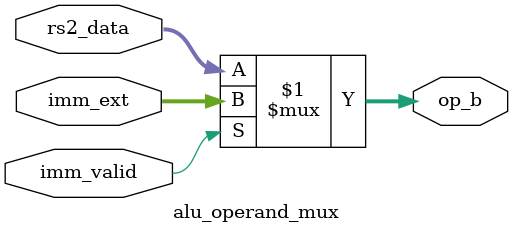
<source format=v>
module alu_operand_mux (
    input  wire [31:0] rs2_data,
    input  wire [31:0] imm_ext,
    input  wire        imm_valid,
    output wire [31:0] op_b
);

assign op_b = imm_valid ? imm_ext : rs2_data;

endmodule


</source>
